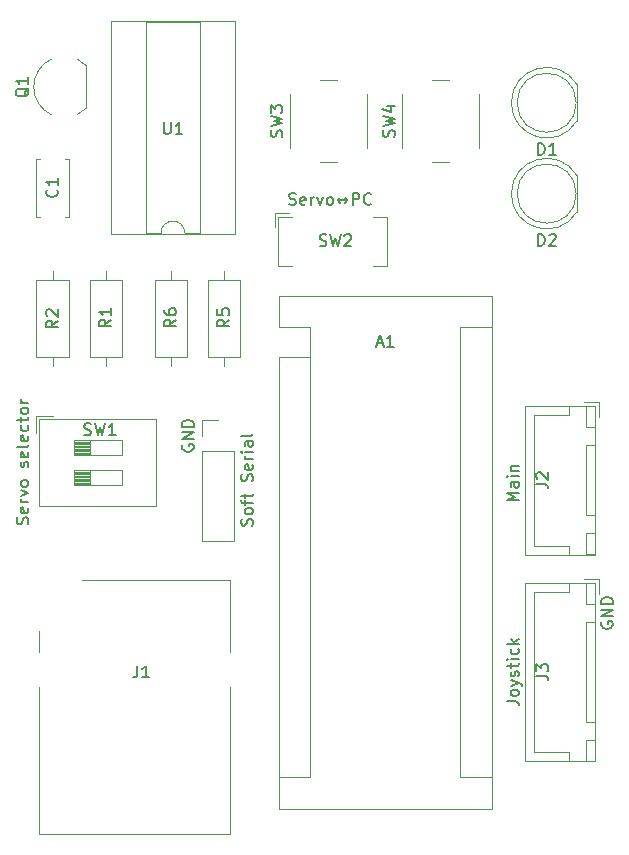
<source format=gto>
G04 #@! TF.GenerationSoftware,KiCad,Pcbnew,(5.1.5)-2*
G04 #@! TF.CreationDate,2020-03-29T18:21:27+09:00*
G04 #@! TF.ProjectId,circuit_master_ver.2.1.0,63697263-7569-4745-9f6d-61737465725f,rev?*
G04 #@! TF.SameCoordinates,Original*
G04 #@! TF.FileFunction,Legend,Top*
G04 #@! TF.FilePolarity,Positive*
%FSLAX46Y46*%
G04 Gerber Fmt 4.6, Leading zero omitted, Abs format (unit mm)*
G04 Created by KiCad (PCBNEW (5.1.5)-2) date 2020-03-29 18:21:27*
%MOMM*%
%LPD*%
G04 APERTURE LIST*
%ADD10C,0.200000*%
%ADD11C,0.150000*%
%ADD12C,0.120000*%
G04 APERTURE END LIST*
D10*
X51000000Y-144761904D02*
X50952380Y-144857142D01*
X50952380Y-145000000D01*
X51000000Y-145142857D01*
X51095238Y-145238095D01*
X51190476Y-145285714D01*
X51380952Y-145333333D01*
X51523809Y-145333333D01*
X51714285Y-145285714D01*
X51809523Y-145238095D01*
X51904761Y-145142857D01*
X51952380Y-145000000D01*
X51952380Y-144904761D01*
X51904761Y-144761904D01*
X51857142Y-144714285D01*
X51523809Y-144714285D01*
X51523809Y-144904761D01*
X51952380Y-144285714D02*
X50952380Y-144285714D01*
X51952380Y-143714285D01*
X50952380Y-143714285D01*
X51952380Y-143238095D02*
X50952380Y-143238095D01*
X50952380Y-143000000D01*
X51000000Y-142857142D01*
X51095238Y-142761904D01*
X51190476Y-142714285D01*
X51380952Y-142666666D01*
X51523809Y-142666666D01*
X51714285Y-142714285D01*
X51809523Y-142761904D01*
X51904761Y-142857142D01*
X51952380Y-143000000D01*
X51952380Y-143238095D01*
X56904761Y-151607142D02*
X56952380Y-151464285D01*
X56952380Y-151226190D01*
X56904761Y-151130952D01*
X56857142Y-151083333D01*
X56761904Y-151035714D01*
X56666666Y-151035714D01*
X56571428Y-151083333D01*
X56523809Y-151130952D01*
X56476190Y-151226190D01*
X56428571Y-151416666D01*
X56380952Y-151511904D01*
X56333333Y-151559523D01*
X56238095Y-151607142D01*
X56142857Y-151607142D01*
X56047619Y-151559523D01*
X56000000Y-151511904D01*
X55952380Y-151416666D01*
X55952380Y-151178571D01*
X56000000Y-151035714D01*
X56952380Y-150464285D02*
X56904761Y-150559523D01*
X56857142Y-150607142D01*
X56761904Y-150654761D01*
X56476190Y-150654761D01*
X56380952Y-150607142D01*
X56333333Y-150559523D01*
X56285714Y-150464285D01*
X56285714Y-150321428D01*
X56333333Y-150226190D01*
X56380952Y-150178571D01*
X56476190Y-150130952D01*
X56761904Y-150130952D01*
X56857142Y-150178571D01*
X56904761Y-150226190D01*
X56952380Y-150321428D01*
X56952380Y-150464285D01*
X56285714Y-149845238D02*
X56285714Y-149464285D01*
X56952380Y-149702380D02*
X56095238Y-149702380D01*
X56000000Y-149654761D01*
X55952380Y-149559523D01*
X55952380Y-149464285D01*
X56285714Y-149273809D02*
X56285714Y-148892857D01*
X55952380Y-149130952D02*
X56809523Y-149130952D01*
X56904761Y-149083333D01*
X56952380Y-148988095D01*
X56952380Y-148892857D01*
X56904761Y-147845238D02*
X56952380Y-147702380D01*
X56952380Y-147464285D01*
X56904761Y-147369047D01*
X56857142Y-147321428D01*
X56761904Y-147273809D01*
X56666666Y-147273809D01*
X56571428Y-147321428D01*
X56523809Y-147369047D01*
X56476190Y-147464285D01*
X56428571Y-147654761D01*
X56380952Y-147750000D01*
X56333333Y-147797619D01*
X56238095Y-147845238D01*
X56142857Y-147845238D01*
X56047619Y-147797619D01*
X56000000Y-147750000D01*
X55952380Y-147654761D01*
X55952380Y-147416666D01*
X56000000Y-147273809D01*
X56904761Y-146464285D02*
X56952380Y-146559523D01*
X56952380Y-146750000D01*
X56904761Y-146845238D01*
X56809523Y-146892857D01*
X56428571Y-146892857D01*
X56333333Y-146845238D01*
X56285714Y-146750000D01*
X56285714Y-146559523D01*
X56333333Y-146464285D01*
X56428571Y-146416666D01*
X56523809Y-146416666D01*
X56619047Y-146892857D01*
X56952380Y-145988095D02*
X56285714Y-145988095D01*
X56476190Y-145988095D02*
X56380952Y-145940476D01*
X56333333Y-145892857D01*
X56285714Y-145797619D01*
X56285714Y-145702380D01*
X56952380Y-145369047D02*
X56285714Y-145369047D01*
X55952380Y-145369047D02*
X56000000Y-145416666D01*
X56047619Y-145369047D01*
X56000000Y-145321428D01*
X55952380Y-145369047D01*
X56047619Y-145369047D01*
X56952380Y-144464285D02*
X56428571Y-144464285D01*
X56333333Y-144511904D01*
X56285714Y-144607142D01*
X56285714Y-144797619D01*
X56333333Y-144892857D01*
X56904761Y-144464285D02*
X56952380Y-144559523D01*
X56952380Y-144797619D01*
X56904761Y-144892857D01*
X56809523Y-144940476D01*
X56714285Y-144940476D01*
X56619047Y-144892857D01*
X56571428Y-144797619D01*
X56571428Y-144559523D01*
X56523809Y-144464285D01*
X56952380Y-143845238D02*
X56904761Y-143940476D01*
X56809523Y-143988095D01*
X55952380Y-143988095D01*
D11*
X79452380Y-149476190D02*
X78452380Y-149476190D01*
X79166666Y-149142857D01*
X78452380Y-148809523D01*
X79452380Y-148809523D01*
X79452380Y-147904761D02*
X78928571Y-147904761D01*
X78833333Y-147952380D01*
X78785714Y-148047619D01*
X78785714Y-148238095D01*
X78833333Y-148333333D01*
X79404761Y-147904761D02*
X79452380Y-148000000D01*
X79452380Y-148238095D01*
X79404761Y-148333333D01*
X79309523Y-148380952D01*
X79214285Y-148380952D01*
X79119047Y-148333333D01*
X79071428Y-148238095D01*
X79071428Y-148000000D01*
X79023809Y-147904761D01*
X79452380Y-147428571D02*
X78785714Y-147428571D01*
X78452380Y-147428571D02*
X78500000Y-147476190D01*
X78547619Y-147428571D01*
X78500000Y-147380952D01*
X78452380Y-147428571D01*
X78547619Y-147428571D01*
X78785714Y-146952380D02*
X79452380Y-146952380D01*
X78880952Y-146952380D02*
X78833333Y-146904761D01*
X78785714Y-146809523D01*
X78785714Y-146666666D01*
X78833333Y-146571428D01*
X78928571Y-146523809D01*
X79452380Y-146523809D01*
X78452380Y-166452380D02*
X79166666Y-166452380D01*
X79309523Y-166500000D01*
X79404761Y-166595238D01*
X79452380Y-166738095D01*
X79452380Y-166833333D01*
X79452380Y-165833333D02*
X79404761Y-165928571D01*
X79357142Y-165976190D01*
X79261904Y-166023809D01*
X78976190Y-166023809D01*
X78880952Y-165976190D01*
X78833333Y-165928571D01*
X78785714Y-165833333D01*
X78785714Y-165690476D01*
X78833333Y-165595238D01*
X78880952Y-165547619D01*
X78976190Y-165500000D01*
X79261904Y-165500000D01*
X79357142Y-165547619D01*
X79404761Y-165595238D01*
X79452380Y-165690476D01*
X79452380Y-165833333D01*
X78785714Y-165166666D02*
X79452380Y-164928571D01*
X78785714Y-164690476D02*
X79452380Y-164928571D01*
X79690476Y-165023809D01*
X79738095Y-165071428D01*
X79785714Y-165166666D01*
X79404761Y-164357142D02*
X79452380Y-164261904D01*
X79452380Y-164071428D01*
X79404761Y-163976190D01*
X79309523Y-163928571D01*
X79261904Y-163928571D01*
X79166666Y-163976190D01*
X79119047Y-164071428D01*
X79119047Y-164214285D01*
X79071428Y-164309523D01*
X78976190Y-164357142D01*
X78928571Y-164357142D01*
X78833333Y-164309523D01*
X78785714Y-164214285D01*
X78785714Y-164071428D01*
X78833333Y-163976190D01*
X78785714Y-163642857D02*
X78785714Y-163261904D01*
X78452380Y-163500000D02*
X79309523Y-163500000D01*
X79404761Y-163452380D01*
X79452380Y-163357142D01*
X79452380Y-163261904D01*
X79452380Y-162928571D02*
X78785714Y-162928571D01*
X78452380Y-162928571D02*
X78500000Y-162976190D01*
X78547619Y-162928571D01*
X78500000Y-162880952D01*
X78452380Y-162928571D01*
X78547619Y-162928571D01*
X79404761Y-162023809D02*
X79452380Y-162119047D01*
X79452380Y-162309523D01*
X79404761Y-162404761D01*
X79357142Y-162452380D01*
X79261904Y-162500000D01*
X78976190Y-162500000D01*
X78880952Y-162452380D01*
X78833333Y-162404761D01*
X78785714Y-162309523D01*
X78785714Y-162119047D01*
X78833333Y-162023809D01*
X79452380Y-161595238D02*
X78452380Y-161595238D01*
X79071428Y-161500000D02*
X79452380Y-161214285D01*
X78785714Y-161214285D02*
X79166666Y-161595238D01*
D10*
X86500000Y-159761904D02*
X86452380Y-159857142D01*
X86452380Y-160000000D01*
X86500000Y-160142857D01*
X86595238Y-160238095D01*
X86690476Y-160285714D01*
X86880952Y-160333333D01*
X87023809Y-160333333D01*
X87214285Y-160285714D01*
X87309523Y-160238095D01*
X87404761Y-160142857D01*
X87452380Y-160000000D01*
X87452380Y-159904761D01*
X87404761Y-159761904D01*
X87357142Y-159714285D01*
X87023809Y-159714285D01*
X87023809Y-159904761D01*
X87452380Y-159285714D02*
X86452380Y-159285714D01*
X87452380Y-158714285D01*
X86452380Y-158714285D01*
X87452380Y-158238095D02*
X86452380Y-158238095D01*
X86452380Y-158000000D01*
X86500000Y-157857142D01*
X86595238Y-157761904D01*
X86690476Y-157714285D01*
X86880952Y-157666666D01*
X87023809Y-157666666D01*
X87214285Y-157714285D01*
X87309523Y-157761904D01*
X87404761Y-157857142D01*
X87452380Y-158000000D01*
X87452380Y-158238095D01*
X37904761Y-151488095D02*
X37952380Y-151345238D01*
X37952380Y-151107142D01*
X37904761Y-151011904D01*
X37857142Y-150964285D01*
X37761904Y-150916666D01*
X37666666Y-150916666D01*
X37571428Y-150964285D01*
X37523809Y-151011904D01*
X37476190Y-151107142D01*
X37428571Y-151297619D01*
X37380952Y-151392857D01*
X37333333Y-151440476D01*
X37238095Y-151488095D01*
X37142857Y-151488095D01*
X37047619Y-151440476D01*
X37000000Y-151392857D01*
X36952380Y-151297619D01*
X36952380Y-151059523D01*
X37000000Y-150916666D01*
X37904761Y-150107142D02*
X37952380Y-150202380D01*
X37952380Y-150392857D01*
X37904761Y-150488095D01*
X37809523Y-150535714D01*
X37428571Y-150535714D01*
X37333333Y-150488095D01*
X37285714Y-150392857D01*
X37285714Y-150202380D01*
X37333333Y-150107142D01*
X37428571Y-150059523D01*
X37523809Y-150059523D01*
X37619047Y-150535714D01*
X37952380Y-149630952D02*
X37285714Y-149630952D01*
X37476190Y-149630952D02*
X37380952Y-149583333D01*
X37333333Y-149535714D01*
X37285714Y-149440476D01*
X37285714Y-149345238D01*
X37285714Y-149107142D02*
X37952380Y-148869047D01*
X37285714Y-148630952D01*
X37952380Y-148107142D02*
X37904761Y-148202380D01*
X37857142Y-148250000D01*
X37761904Y-148297619D01*
X37476190Y-148297619D01*
X37380952Y-148250000D01*
X37333333Y-148202380D01*
X37285714Y-148107142D01*
X37285714Y-147964285D01*
X37333333Y-147869047D01*
X37380952Y-147821428D01*
X37476190Y-147773809D01*
X37761904Y-147773809D01*
X37857142Y-147821428D01*
X37904761Y-147869047D01*
X37952380Y-147964285D01*
X37952380Y-148107142D01*
X37904761Y-146630952D02*
X37952380Y-146535714D01*
X37952380Y-146345238D01*
X37904761Y-146250000D01*
X37809523Y-146202380D01*
X37761904Y-146202380D01*
X37666666Y-146250000D01*
X37619047Y-146345238D01*
X37619047Y-146488095D01*
X37571428Y-146583333D01*
X37476190Y-146630952D01*
X37428571Y-146630952D01*
X37333333Y-146583333D01*
X37285714Y-146488095D01*
X37285714Y-146345238D01*
X37333333Y-146250000D01*
X37904761Y-145392857D02*
X37952380Y-145488095D01*
X37952380Y-145678571D01*
X37904761Y-145773809D01*
X37809523Y-145821428D01*
X37428571Y-145821428D01*
X37333333Y-145773809D01*
X37285714Y-145678571D01*
X37285714Y-145488095D01*
X37333333Y-145392857D01*
X37428571Y-145345238D01*
X37523809Y-145345238D01*
X37619047Y-145821428D01*
X37952380Y-144773809D02*
X37904761Y-144869047D01*
X37809523Y-144916666D01*
X36952380Y-144916666D01*
X37904761Y-144011904D02*
X37952380Y-144107142D01*
X37952380Y-144297619D01*
X37904761Y-144392857D01*
X37809523Y-144440476D01*
X37428571Y-144440476D01*
X37333333Y-144392857D01*
X37285714Y-144297619D01*
X37285714Y-144107142D01*
X37333333Y-144011904D01*
X37428571Y-143964285D01*
X37523809Y-143964285D01*
X37619047Y-144440476D01*
X37904761Y-143107142D02*
X37952380Y-143202380D01*
X37952380Y-143392857D01*
X37904761Y-143488095D01*
X37857142Y-143535714D01*
X37761904Y-143583333D01*
X37476190Y-143583333D01*
X37380952Y-143535714D01*
X37333333Y-143488095D01*
X37285714Y-143392857D01*
X37285714Y-143202380D01*
X37333333Y-143107142D01*
X37285714Y-142821428D02*
X37285714Y-142440476D01*
X36952380Y-142678571D02*
X37809523Y-142678571D01*
X37904761Y-142630952D01*
X37952380Y-142535714D01*
X37952380Y-142440476D01*
X37952380Y-141964285D02*
X37904761Y-142059523D01*
X37857142Y-142107142D01*
X37761904Y-142154761D01*
X37476190Y-142154761D01*
X37380952Y-142107142D01*
X37333333Y-142059523D01*
X37285714Y-141964285D01*
X37285714Y-141821428D01*
X37333333Y-141726190D01*
X37380952Y-141678571D01*
X37476190Y-141630952D01*
X37761904Y-141630952D01*
X37857142Y-141678571D01*
X37904761Y-141726190D01*
X37952380Y-141821428D01*
X37952380Y-141964285D01*
X37952380Y-141202380D02*
X37285714Y-141202380D01*
X37476190Y-141202380D02*
X37380952Y-141154761D01*
X37333333Y-141107142D01*
X37285714Y-141011904D01*
X37285714Y-140916666D01*
X60023809Y-124404761D02*
X60166666Y-124452380D01*
X60404761Y-124452380D01*
X60500000Y-124404761D01*
X60547619Y-124357142D01*
X60595238Y-124261904D01*
X60595238Y-124166666D01*
X60547619Y-124071428D01*
X60500000Y-124023809D01*
X60404761Y-123976190D01*
X60214285Y-123928571D01*
X60119047Y-123880952D01*
X60071428Y-123833333D01*
X60023809Y-123738095D01*
X60023809Y-123642857D01*
X60071428Y-123547619D01*
X60119047Y-123500000D01*
X60214285Y-123452380D01*
X60452380Y-123452380D01*
X60595238Y-123500000D01*
X61404761Y-124404761D02*
X61309523Y-124452380D01*
X61119047Y-124452380D01*
X61023809Y-124404761D01*
X60976190Y-124309523D01*
X60976190Y-123928571D01*
X61023809Y-123833333D01*
X61119047Y-123785714D01*
X61309523Y-123785714D01*
X61404761Y-123833333D01*
X61452380Y-123928571D01*
X61452380Y-124023809D01*
X60976190Y-124119047D01*
X61880952Y-124452380D02*
X61880952Y-123785714D01*
X61880952Y-123976190D02*
X61928571Y-123880952D01*
X61976190Y-123833333D01*
X62071428Y-123785714D01*
X62166666Y-123785714D01*
X62404761Y-123785714D02*
X62642857Y-124452380D01*
X62880952Y-123785714D01*
X63404761Y-124452380D02*
X63309523Y-124404761D01*
X63261904Y-124357142D01*
X63214285Y-124261904D01*
X63214285Y-123976190D01*
X63261904Y-123880952D01*
X63309523Y-123833333D01*
X63404761Y-123785714D01*
X63547619Y-123785714D01*
X63642857Y-123833333D01*
X63690476Y-123880952D01*
X63738095Y-123976190D01*
X63738095Y-124261904D01*
X63690476Y-124357142D01*
X63642857Y-124404761D01*
X63547619Y-124452380D01*
X63404761Y-124452380D01*
X64166666Y-124071428D02*
X64928571Y-124071428D01*
X64738095Y-124261904D02*
X64928571Y-124071428D01*
X64738095Y-123880952D01*
X64357142Y-123880952D02*
X64166666Y-124071428D01*
X64357142Y-124261904D01*
X65404761Y-124452380D02*
X65404761Y-123452380D01*
X65785714Y-123452380D01*
X65880952Y-123500000D01*
X65928571Y-123547619D01*
X65976190Y-123642857D01*
X65976190Y-123785714D01*
X65928571Y-123880952D01*
X65880952Y-123928571D01*
X65785714Y-123976190D01*
X65404761Y-123976190D01*
X66976190Y-124357142D02*
X66928571Y-124404761D01*
X66785714Y-124452380D01*
X66690476Y-124452380D01*
X66547619Y-124404761D01*
X66452380Y-124309523D01*
X66404761Y-124214285D01*
X66357142Y-124023809D01*
X66357142Y-123880952D01*
X66404761Y-123690476D01*
X66452380Y-123595238D01*
X66547619Y-123500000D01*
X66690476Y-123452380D01*
X66785714Y-123452380D01*
X66928571Y-123500000D01*
X66976190Y-123547619D01*
D12*
X42500000Y-156190000D02*
X55060000Y-156190000D01*
X55060000Y-156190000D02*
X55060000Y-162310000D01*
X38830000Y-160500000D02*
X38830000Y-162310000D01*
X38830000Y-165300000D02*
X38830000Y-177710000D01*
X55060000Y-177710000D02*
X38830000Y-177710000D01*
X55060000Y-165290000D02*
X55060000Y-177710000D01*
X61825001Y-137355001D02*
X61825001Y-134815001D01*
X61825001Y-134815001D02*
X59155001Y-134815001D01*
X59155001Y-137355001D02*
X59155001Y-175585001D01*
X59155001Y-132145001D02*
X59155001Y-134815001D01*
X74525001Y-134815001D02*
X77195001Y-134815001D01*
X74525001Y-134815001D02*
X74525001Y-172915001D01*
X74525001Y-172915001D02*
X77195001Y-172915001D01*
X61825001Y-137355001D02*
X59155001Y-137355001D01*
X61825001Y-137355001D02*
X61825001Y-172915001D01*
X61825001Y-172915001D02*
X59155001Y-172915001D01*
X59155001Y-175585001D02*
X77195001Y-175585001D01*
X77195001Y-175585001D02*
X77195001Y-132145001D01*
X77195001Y-132145001D02*
X59155001Y-132145001D01*
X38945000Y-125470000D02*
X38630000Y-125470000D01*
X41370000Y-125470000D02*
X41055000Y-125470000D01*
X38945000Y-120530000D02*
X38630000Y-120530000D01*
X41370000Y-120530000D02*
X41055000Y-120530000D01*
X38630000Y-120530000D02*
X38630000Y-125470000D01*
X41370000Y-120530000D02*
X41370000Y-125470000D01*
X84390000Y-117345000D02*
X84390000Y-114255000D01*
X84330000Y-115800000D02*
G75*
G03X84330000Y-115800000I-2500000J0D01*
G01*
X78840000Y-115800462D02*
G75*
G02X84390000Y-114255170I2990000J462D01*
G01*
X78840000Y-115799538D02*
G75*
G03X84390000Y-117344830I2990000J-462D01*
G01*
X78840000Y-123499538D02*
G75*
G03X84390000Y-125044830I2990000J-462D01*
G01*
X78840000Y-123500462D02*
G75*
G02X84390000Y-121955170I2990000J462D01*
G01*
X84330000Y-123500000D02*
G75*
G03X84330000Y-123500000I-2500000J0D01*
G01*
X84390000Y-125045000D02*
X84390000Y-121955000D01*
X85960000Y-141440000D02*
X79990000Y-141440000D01*
X79990000Y-141440000D02*
X79990000Y-154060000D01*
X79990000Y-154060000D02*
X85960000Y-154060000D01*
X85960000Y-154060000D02*
X85960000Y-141440000D01*
X85950000Y-144750000D02*
X85200000Y-144750000D01*
X85200000Y-144750000D02*
X85200000Y-150750000D01*
X85200000Y-150750000D02*
X85950000Y-150750000D01*
X85950000Y-150750000D02*
X85950000Y-144750000D01*
X85950000Y-141450000D02*
X85200000Y-141450000D01*
X85200000Y-141450000D02*
X85200000Y-143250000D01*
X85200000Y-143250000D02*
X85950000Y-143250000D01*
X85950000Y-143250000D02*
X85950000Y-141450000D01*
X85950000Y-152250000D02*
X85200000Y-152250000D01*
X85200000Y-152250000D02*
X85200000Y-154050000D01*
X85200000Y-154050000D02*
X85950000Y-154050000D01*
X85950000Y-154050000D02*
X85950000Y-152250000D01*
X83700000Y-141450000D02*
X83700000Y-142200000D01*
X83700000Y-142200000D02*
X80750000Y-142200000D01*
X80750000Y-142200000D02*
X80750000Y-147750000D01*
X83700000Y-154050000D02*
X83700000Y-153300000D01*
X83700000Y-153300000D02*
X80750000Y-153300000D01*
X80750000Y-153300000D02*
X80750000Y-147750000D01*
X86250000Y-142400000D02*
X86250000Y-141150000D01*
X86250000Y-141150000D02*
X85000000Y-141150000D01*
X85960000Y-156440000D02*
X79990000Y-156440000D01*
X79990000Y-156440000D02*
X79990000Y-171560000D01*
X79990000Y-171560000D02*
X85960000Y-171560000D01*
X85960000Y-171560000D02*
X85960000Y-156440000D01*
X85950000Y-159750000D02*
X85200000Y-159750000D01*
X85200000Y-159750000D02*
X85200000Y-168250000D01*
X85200000Y-168250000D02*
X85950000Y-168250000D01*
X85950000Y-168250000D02*
X85950000Y-159750000D01*
X85950000Y-156450000D02*
X85200000Y-156450000D01*
X85200000Y-156450000D02*
X85200000Y-158250000D01*
X85200000Y-158250000D02*
X85950000Y-158250000D01*
X85950000Y-158250000D02*
X85950000Y-156450000D01*
X85950000Y-169750000D02*
X85200000Y-169750000D01*
X85200000Y-169750000D02*
X85200000Y-171550000D01*
X85200000Y-171550000D02*
X85950000Y-171550000D01*
X85950000Y-171550000D02*
X85950000Y-169750000D01*
X83700000Y-156450000D02*
X83700000Y-157200000D01*
X83700000Y-157200000D02*
X80750000Y-157200000D01*
X80750000Y-157200000D02*
X80750000Y-164000000D01*
X83700000Y-171550000D02*
X83700000Y-170800000D01*
X83700000Y-170800000D02*
X80750000Y-170800000D01*
X80750000Y-170800000D02*
X80750000Y-164000000D01*
X86250000Y-157400000D02*
X86250000Y-156150000D01*
X86250000Y-156150000D02*
X85000000Y-156150000D01*
X42122795Y-112135816D02*
G75*
G02X42850000Y-112660000I-1122795J-2324184D01*
G01*
X39901193Y-112103600D02*
G75*
G03X38400000Y-114460000I1098807J-2356400D01*
G01*
X39901193Y-116816400D02*
G75*
G02X38400000Y-114460000I1098807J2356400D01*
G01*
X42122795Y-116784184D02*
G75*
G03X42850000Y-116260000I-1122795J2324184D01*
G01*
X42850000Y-116260000D02*
X42850000Y-112660000D01*
X44500000Y-130040000D02*
X44500000Y-130810000D01*
X44500000Y-138120000D02*
X44500000Y-137350000D01*
X43130000Y-130810000D02*
X43130000Y-137350000D01*
X45870000Y-130810000D02*
X43130000Y-130810000D01*
X45870000Y-137350000D02*
X45870000Y-130810000D01*
X43130000Y-137350000D02*
X45870000Y-137350000D01*
X38630000Y-137350000D02*
X41370000Y-137350000D01*
X41370000Y-137350000D02*
X41370000Y-130810000D01*
X41370000Y-130810000D02*
X38630000Y-130810000D01*
X38630000Y-130810000D02*
X38630000Y-137350000D01*
X40000000Y-138120000D02*
X40000000Y-137350000D01*
X40000000Y-130040000D02*
X40000000Y-130810000D01*
X53130000Y-137350000D02*
X55870000Y-137350000D01*
X55870000Y-137350000D02*
X55870000Y-130810000D01*
X55870000Y-130810000D02*
X53130000Y-130810000D01*
X53130000Y-130810000D02*
X53130000Y-137350000D01*
X54500000Y-138120000D02*
X54500000Y-137350000D01*
X54500000Y-130040000D02*
X54500000Y-130810000D01*
X50000000Y-138120000D02*
X50000000Y-137350000D01*
X50000000Y-130040000D02*
X50000000Y-130810000D01*
X51370000Y-137350000D02*
X51370000Y-130810000D01*
X48630000Y-137350000D02*
X51370000Y-137350000D01*
X48630000Y-130810000D02*
X48630000Y-137350000D01*
X51370000Y-130810000D02*
X48630000Y-130810000D01*
X38860000Y-142580000D02*
X48760000Y-142580000D01*
X38860000Y-149960000D02*
X48760000Y-149960000D01*
X38860000Y-142580000D02*
X38860000Y-149960000D01*
X48760000Y-142580000D02*
X48760000Y-149960000D01*
X38620000Y-142340000D02*
X40004000Y-142340000D01*
X38620000Y-142340000D02*
X38620000Y-143723000D01*
X41780000Y-144365000D02*
X41780000Y-145635000D01*
X41780000Y-145635000D02*
X45840000Y-145635000D01*
X45840000Y-145635000D02*
X45840000Y-144365000D01*
X45840000Y-144365000D02*
X41780000Y-144365000D01*
X41780000Y-144485000D02*
X43133333Y-144485000D01*
X41780000Y-144605000D02*
X43133333Y-144605000D01*
X41780000Y-144725000D02*
X43133333Y-144725000D01*
X41780000Y-144845000D02*
X43133333Y-144845000D01*
X41780000Y-144965000D02*
X43133333Y-144965000D01*
X41780000Y-145085000D02*
X43133333Y-145085000D01*
X41780000Y-145205000D02*
X43133333Y-145205000D01*
X41780000Y-145325000D02*
X43133333Y-145325000D01*
X41780000Y-145445000D02*
X43133333Y-145445000D01*
X41780000Y-145565000D02*
X43133333Y-145565000D01*
X43133333Y-144365000D02*
X43133333Y-145635000D01*
X41780000Y-146905000D02*
X41780000Y-148175000D01*
X41780000Y-148175000D02*
X45840000Y-148175000D01*
X45840000Y-148175000D02*
X45840000Y-146905000D01*
X45840000Y-146905000D02*
X41780000Y-146905000D01*
X41780000Y-147025000D02*
X43133333Y-147025000D01*
X41780000Y-147145000D02*
X43133333Y-147145000D01*
X41780000Y-147265000D02*
X43133333Y-147265000D01*
X41780000Y-147385000D02*
X43133333Y-147385000D01*
X41780000Y-147505000D02*
X43133333Y-147505000D01*
X41780000Y-147625000D02*
X43133333Y-147625000D01*
X41780000Y-147745000D02*
X43133333Y-147745000D01*
X41780000Y-147865000D02*
X43133333Y-147865000D01*
X41780000Y-147985000D02*
X43133333Y-147985000D01*
X41780000Y-148105000D02*
X43133333Y-148105000D01*
X43133333Y-146905000D02*
X43133333Y-148175000D01*
X58800000Y-125150000D02*
X58800000Y-126350000D01*
X60000000Y-125150000D02*
X58800000Y-125150000D01*
X68300000Y-129650000D02*
X67100000Y-129650000D01*
X68300000Y-125450000D02*
X68300000Y-129650000D01*
X67100000Y-125450000D02*
X68300000Y-125450000D01*
X59100000Y-129650000D02*
X60300000Y-129650000D01*
X59100000Y-125450000D02*
X59100000Y-129650000D01*
X60300000Y-125450000D02*
X59100000Y-125450000D01*
X64100000Y-113850000D02*
X62600000Y-113850000D01*
X60100000Y-115100000D02*
X60100000Y-119600000D01*
X62600000Y-120850000D02*
X64100000Y-120850000D01*
X66600000Y-119600000D02*
X66600000Y-115100000D01*
X76100000Y-119600000D02*
X76100000Y-115100000D01*
X72100000Y-120850000D02*
X73600000Y-120850000D01*
X69600000Y-115100000D02*
X69600000Y-119600000D01*
X73600000Y-113850000D02*
X72100000Y-113850000D01*
X44940000Y-126890000D02*
X55440000Y-126890000D01*
X44940000Y-108870000D02*
X44940000Y-126890000D01*
X55440000Y-108870000D02*
X44940000Y-108870000D01*
X55440000Y-126890000D02*
X55440000Y-108870000D01*
X47940000Y-126830000D02*
X49190000Y-126830000D01*
X47940000Y-108930000D02*
X47940000Y-126830000D01*
X52440000Y-108930000D02*
X47940000Y-108930000D01*
X52440000Y-126830000D02*
X52440000Y-108930000D01*
X51190000Y-126830000D02*
X52440000Y-126830000D01*
X49190000Y-126830000D02*
G75*
G02X51190000Y-126830000I1000000J0D01*
G01*
X52670000Y-152950000D02*
X55330000Y-152950000D01*
X52670000Y-145270000D02*
X52670000Y-152950000D01*
X55330000Y-145270000D02*
X55330000Y-152950000D01*
X52670000Y-145270000D02*
X55330000Y-145270000D01*
X52670000Y-144000000D02*
X52670000Y-142670000D01*
X52670000Y-142670000D02*
X54000000Y-142670000D01*
D11*
X47166666Y-163452380D02*
X47166666Y-164166666D01*
X47119047Y-164309523D01*
X47023809Y-164404761D01*
X46880952Y-164452380D01*
X46785714Y-164452380D01*
X48166666Y-164452380D02*
X47595238Y-164452380D01*
X47880952Y-164452380D02*
X47880952Y-163452380D01*
X47785714Y-163595238D01*
X47690476Y-163690476D01*
X47595238Y-163738095D01*
X67460715Y-136166666D02*
X67936905Y-136166666D01*
X67365477Y-136452380D02*
X67698810Y-135452380D01*
X68032143Y-136452380D01*
X68889286Y-136452380D02*
X68317858Y-136452380D01*
X68603572Y-136452380D02*
X68603572Y-135452380D01*
X68508334Y-135595238D01*
X68413096Y-135690476D01*
X68317858Y-135738095D01*
X40357142Y-123166666D02*
X40404761Y-123214285D01*
X40452380Y-123357142D01*
X40452380Y-123452380D01*
X40404761Y-123595238D01*
X40309523Y-123690476D01*
X40214285Y-123738095D01*
X40023809Y-123785714D01*
X39880952Y-123785714D01*
X39690476Y-123738095D01*
X39595238Y-123690476D01*
X39500000Y-123595238D01*
X39452380Y-123452380D01*
X39452380Y-123357142D01*
X39500000Y-123214285D01*
X39547619Y-123166666D01*
X40452380Y-122214285D02*
X40452380Y-122785714D01*
X40452380Y-122500000D02*
X39452380Y-122500000D01*
X39595238Y-122595238D01*
X39690476Y-122690476D01*
X39738095Y-122785714D01*
X81091904Y-120212380D02*
X81091904Y-119212380D01*
X81330000Y-119212380D01*
X81472857Y-119260000D01*
X81568095Y-119355238D01*
X81615714Y-119450476D01*
X81663333Y-119640952D01*
X81663333Y-119783809D01*
X81615714Y-119974285D01*
X81568095Y-120069523D01*
X81472857Y-120164761D01*
X81330000Y-120212380D01*
X81091904Y-120212380D01*
X82615714Y-120212380D02*
X82044285Y-120212380D01*
X82330000Y-120212380D02*
X82330000Y-119212380D01*
X82234761Y-119355238D01*
X82139523Y-119450476D01*
X82044285Y-119498095D01*
X81091904Y-127912380D02*
X81091904Y-126912380D01*
X81330000Y-126912380D01*
X81472857Y-126960000D01*
X81568095Y-127055238D01*
X81615714Y-127150476D01*
X81663333Y-127340952D01*
X81663333Y-127483809D01*
X81615714Y-127674285D01*
X81568095Y-127769523D01*
X81472857Y-127864761D01*
X81330000Y-127912380D01*
X81091904Y-127912380D01*
X82044285Y-127007619D02*
X82091904Y-126960000D01*
X82187142Y-126912380D01*
X82425238Y-126912380D01*
X82520476Y-126960000D01*
X82568095Y-127007619D01*
X82615714Y-127102857D01*
X82615714Y-127198095D01*
X82568095Y-127340952D01*
X81996666Y-127912380D01*
X82615714Y-127912380D01*
X80952380Y-148083333D02*
X81666666Y-148083333D01*
X81809523Y-148130952D01*
X81904761Y-148226190D01*
X81952380Y-148369047D01*
X81952380Y-148464285D01*
X81047619Y-147654761D02*
X81000000Y-147607142D01*
X80952380Y-147511904D01*
X80952380Y-147273809D01*
X81000000Y-147178571D01*
X81047619Y-147130952D01*
X81142857Y-147083333D01*
X81238095Y-147083333D01*
X81380952Y-147130952D01*
X81952380Y-147702380D01*
X81952380Y-147083333D01*
X80952380Y-164333333D02*
X81666666Y-164333333D01*
X81809523Y-164380952D01*
X81904761Y-164476190D01*
X81952380Y-164619047D01*
X81952380Y-164714285D01*
X80952380Y-163952380D02*
X80952380Y-163333333D01*
X81333333Y-163666666D01*
X81333333Y-163523809D01*
X81380952Y-163428571D01*
X81428571Y-163380952D01*
X81523809Y-163333333D01*
X81761904Y-163333333D01*
X81857142Y-163380952D01*
X81904761Y-163428571D01*
X81952380Y-163523809D01*
X81952380Y-163809523D01*
X81904761Y-163904761D01*
X81857142Y-163952380D01*
X37987619Y-114555238D02*
X37940000Y-114650476D01*
X37844761Y-114745714D01*
X37701904Y-114888571D01*
X37654285Y-114983809D01*
X37654285Y-115079047D01*
X37892380Y-115031428D02*
X37844761Y-115126666D01*
X37749523Y-115221904D01*
X37559047Y-115269523D01*
X37225714Y-115269523D01*
X37035238Y-115221904D01*
X36940000Y-115126666D01*
X36892380Y-115031428D01*
X36892380Y-114840952D01*
X36940000Y-114745714D01*
X37035238Y-114650476D01*
X37225714Y-114602857D01*
X37559047Y-114602857D01*
X37749523Y-114650476D01*
X37844761Y-114745714D01*
X37892380Y-114840952D01*
X37892380Y-115031428D01*
X37892380Y-113650476D02*
X37892380Y-114221904D01*
X37892380Y-113936190D02*
X36892380Y-113936190D01*
X37035238Y-114031428D01*
X37130476Y-114126666D01*
X37178095Y-114221904D01*
X44952380Y-134166666D02*
X44476190Y-134500000D01*
X44952380Y-134738095D02*
X43952380Y-134738095D01*
X43952380Y-134357142D01*
X44000000Y-134261904D01*
X44047619Y-134214285D01*
X44142857Y-134166666D01*
X44285714Y-134166666D01*
X44380952Y-134214285D01*
X44428571Y-134261904D01*
X44476190Y-134357142D01*
X44476190Y-134738095D01*
X44952380Y-133214285D02*
X44952380Y-133785714D01*
X44952380Y-133500000D02*
X43952380Y-133500000D01*
X44095238Y-133595238D01*
X44190476Y-133690476D01*
X44238095Y-133785714D01*
X40452380Y-134246666D02*
X39976190Y-134580000D01*
X40452380Y-134818095D02*
X39452380Y-134818095D01*
X39452380Y-134437142D01*
X39500000Y-134341904D01*
X39547619Y-134294285D01*
X39642857Y-134246666D01*
X39785714Y-134246666D01*
X39880952Y-134294285D01*
X39928571Y-134341904D01*
X39976190Y-134437142D01*
X39976190Y-134818095D01*
X39547619Y-133865714D02*
X39500000Y-133818095D01*
X39452380Y-133722857D01*
X39452380Y-133484761D01*
X39500000Y-133389523D01*
X39547619Y-133341904D01*
X39642857Y-133294285D01*
X39738095Y-133294285D01*
X39880952Y-133341904D01*
X40452380Y-133913333D01*
X40452380Y-133294285D01*
X54952380Y-134166666D02*
X54476190Y-134500000D01*
X54952380Y-134738095D02*
X53952380Y-134738095D01*
X53952380Y-134357142D01*
X54000000Y-134261904D01*
X54047619Y-134214285D01*
X54142857Y-134166666D01*
X54285714Y-134166666D01*
X54380952Y-134214285D01*
X54428571Y-134261904D01*
X54476190Y-134357142D01*
X54476190Y-134738095D01*
X53952380Y-133261904D02*
X53952380Y-133738095D01*
X54428571Y-133785714D01*
X54380952Y-133738095D01*
X54333333Y-133642857D01*
X54333333Y-133404761D01*
X54380952Y-133309523D01*
X54428571Y-133261904D01*
X54523809Y-133214285D01*
X54761904Y-133214285D01*
X54857142Y-133261904D01*
X54904761Y-133309523D01*
X54952380Y-133404761D01*
X54952380Y-133642857D01*
X54904761Y-133738095D01*
X54857142Y-133785714D01*
X50452380Y-134166666D02*
X49976190Y-134500000D01*
X50452380Y-134738095D02*
X49452380Y-134738095D01*
X49452380Y-134357142D01*
X49500000Y-134261904D01*
X49547619Y-134214285D01*
X49642857Y-134166666D01*
X49785714Y-134166666D01*
X49880952Y-134214285D01*
X49928571Y-134261904D01*
X49976190Y-134357142D01*
X49976190Y-134738095D01*
X49452380Y-133309523D02*
X49452380Y-133500000D01*
X49500000Y-133595238D01*
X49547619Y-133642857D01*
X49690476Y-133738095D01*
X49880952Y-133785714D01*
X50261904Y-133785714D01*
X50357142Y-133738095D01*
X50404761Y-133690476D01*
X50452380Y-133595238D01*
X50452380Y-133404761D01*
X50404761Y-133309523D01*
X50357142Y-133261904D01*
X50261904Y-133214285D01*
X50023809Y-133214285D01*
X49928571Y-133261904D01*
X49880952Y-133309523D01*
X49833333Y-133404761D01*
X49833333Y-133595238D01*
X49880952Y-133690476D01*
X49928571Y-133738095D01*
X50023809Y-133785714D01*
X42666666Y-143904761D02*
X42809523Y-143952380D01*
X43047619Y-143952380D01*
X43142857Y-143904761D01*
X43190476Y-143857142D01*
X43238095Y-143761904D01*
X43238095Y-143666666D01*
X43190476Y-143571428D01*
X43142857Y-143523809D01*
X43047619Y-143476190D01*
X42857142Y-143428571D01*
X42761904Y-143380952D01*
X42714285Y-143333333D01*
X42666666Y-143238095D01*
X42666666Y-143142857D01*
X42714285Y-143047619D01*
X42761904Y-143000000D01*
X42857142Y-142952380D01*
X43095238Y-142952380D01*
X43238095Y-143000000D01*
X43571428Y-142952380D02*
X43809523Y-143952380D01*
X44000000Y-143238095D01*
X44190476Y-143952380D01*
X44428571Y-142952380D01*
X45333333Y-143952380D02*
X44761904Y-143952380D01*
X45047619Y-143952380D02*
X45047619Y-142952380D01*
X44952380Y-143095238D01*
X44857142Y-143190476D01*
X44761904Y-143238095D01*
X62616666Y-127904761D02*
X62759523Y-127952380D01*
X62997619Y-127952380D01*
X63092857Y-127904761D01*
X63140476Y-127857142D01*
X63188095Y-127761904D01*
X63188095Y-127666666D01*
X63140476Y-127571428D01*
X63092857Y-127523809D01*
X62997619Y-127476190D01*
X62807142Y-127428571D01*
X62711904Y-127380952D01*
X62664285Y-127333333D01*
X62616666Y-127238095D01*
X62616666Y-127142857D01*
X62664285Y-127047619D01*
X62711904Y-127000000D01*
X62807142Y-126952380D01*
X63045238Y-126952380D01*
X63188095Y-127000000D01*
X63521428Y-126952380D02*
X63759523Y-127952380D01*
X63950000Y-127238095D01*
X64140476Y-127952380D01*
X64378571Y-126952380D01*
X64711904Y-127047619D02*
X64759523Y-127000000D01*
X64854761Y-126952380D01*
X65092857Y-126952380D01*
X65188095Y-127000000D01*
X65235714Y-127047619D01*
X65283333Y-127142857D01*
X65283333Y-127238095D01*
X65235714Y-127380952D01*
X64664285Y-127952380D01*
X65283333Y-127952380D01*
X59404761Y-118683333D02*
X59452380Y-118540476D01*
X59452380Y-118302380D01*
X59404761Y-118207142D01*
X59357142Y-118159523D01*
X59261904Y-118111904D01*
X59166666Y-118111904D01*
X59071428Y-118159523D01*
X59023809Y-118207142D01*
X58976190Y-118302380D01*
X58928571Y-118492857D01*
X58880952Y-118588095D01*
X58833333Y-118635714D01*
X58738095Y-118683333D01*
X58642857Y-118683333D01*
X58547619Y-118635714D01*
X58500000Y-118588095D01*
X58452380Y-118492857D01*
X58452380Y-118254761D01*
X58500000Y-118111904D01*
X58452380Y-117778571D02*
X59452380Y-117540476D01*
X58738095Y-117350000D01*
X59452380Y-117159523D01*
X58452380Y-116921428D01*
X58452380Y-116635714D02*
X58452380Y-116016666D01*
X58833333Y-116350000D01*
X58833333Y-116207142D01*
X58880952Y-116111904D01*
X58928571Y-116064285D01*
X59023809Y-116016666D01*
X59261904Y-116016666D01*
X59357142Y-116064285D01*
X59404761Y-116111904D01*
X59452380Y-116207142D01*
X59452380Y-116492857D01*
X59404761Y-116588095D01*
X59357142Y-116635714D01*
X68904761Y-118683333D02*
X68952380Y-118540476D01*
X68952380Y-118302380D01*
X68904761Y-118207142D01*
X68857142Y-118159523D01*
X68761904Y-118111904D01*
X68666666Y-118111904D01*
X68571428Y-118159523D01*
X68523809Y-118207142D01*
X68476190Y-118302380D01*
X68428571Y-118492857D01*
X68380952Y-118588095D01*
X68333333Y-118635714D01*
X68238095Y-118683333D01*
X68142857Y-118683333D01*
X68047619Y-118635714D01*
X68000000Y-118588095D01*
X67952380Y-118492857D01*
X67952380Y-118254761D01*
X68000000Y-118111904D01*
X67952380Y-117778571D02*
X68952380Y-117540476D01*
X68238095Y-117350000D01*
X68952380Y-117159523D01*
X67952380Y-116921428D01*
X68285714Y-116111904D02*
X68952380Y-116111904D01*
X67904761Y-116350000D02*
X68619047Y-116588095D01*
X68619047Y-115969047D01*
X49428095Y-117452380D02*
X49428095Y-118261904D01*
X49475714Y-118357142D01*
X49523333Y-118404761D01*
X49618571Y-118452380D01*
X49809047Y-118452380D01*
X49904285Y-118404761D01*
X49951904Y-118357142D01*
X49999523Y-118261904D01*
X49999523Y-117452380D01*
X50999523Y-118452380D02*
X50428095Y-118452380D01*
X50713809Y-118452380D02*
X50713809Y-117452380D01*
X50618571Y-117595238D01*
X50523333Y-117690476D01*
X50428095Y-117738095D01*
M02*

</source>
